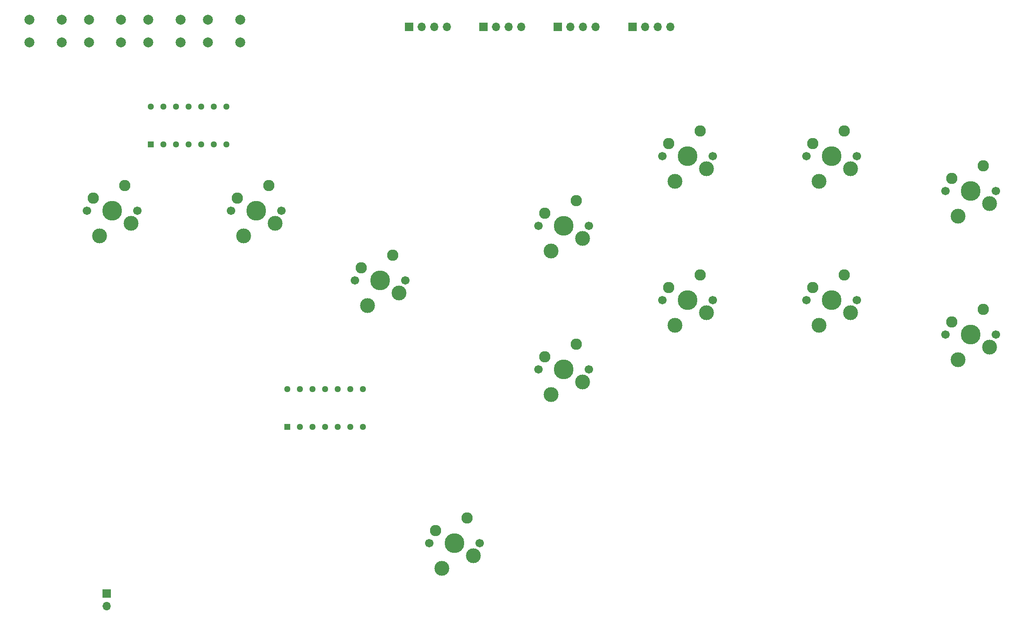
<source format=gbr>
%TF.GenerationSoftware,KiCad,Pcbnew,7.0.2*%
%TF.CreationDate,2023-06-12T14:05:00-07:00*%
%TF.ProjectId,DS5,4453352e-6b69-4636-9164-5f7063625858,rev?*%
%TF.SameCoordinates,Original*%
%TF.FileFunction,Soldermask,Top*%
%TF.FilePolarity,Negative*%
%FSLAX46Y46*%
G04 Gerber Fmt 4.6, Leading zero omitted, Abs format (unit mm)*
G04 Created by KiCad (PCBNEW 7.0.2) date 2023-06-12 14:05:00*
%MOMM*%
%LPD*%
G01*
G04 APERTURE LIST*
%ADD10C,2.286000*%
%ADD11C,1.701800*%
%ADD12C,3.000000*%
%ADD13C,3.987800*%
%ADD14R,1.700000X1.700000*%
%ADD15O,1.700000X1.700000*%
%ADD16R,1.295400X1.295400*%
%ADD17C,1.295400*%
%ADD18C,2.000000*%
G04 APERTURE END LIST*
D10*
%TO.C,Triangle*%
X151400000Y-46460000D03*
X157750000Y-43920000D03*
D11*
X160290000Y-49000000D03*
D12*
X159020000Y-51540000D03*
D13*
X155210000Y-49000000D03*
D12*
X152670000Y-54080000D03*
D11*
X150130000Y-49000000D03*
%TD*%
D10*
%TO.C,Square*%
X126400000Y-60460000D03*
X132750000Y-57920000D03*
D11*
X135290000Y-63000000D03*
D12*
X134020000Y-65540000D03*
D13*
X130210000Y-63000000D03*
D12*
X127670000Y-68080000D03*
D11*
X125130000Y-63000000D03*
%TD*%
D10*
%TO.C,R2*%
X180400000Y-75460000D03*
X186750000Y-72920000D03*
D11*
X189290000Y-78000000D03*
D12*
X188020000Y-80540000D03*
D13*
X184210000Y-78000000D03*
D12*
X181670000Y-83080000D03*
D11*
X179130000Y-78000000D03*
%TD*%
%TO.C,R1*%
X179130000Y-49000000D03*
D12*
X181670000Y-54080000D03*
D13*
X184210000Y-49000000D03*
D12*
X188020000Y-51540000D03*
D11*
X189290000Y-49000000D03*
D10*
X186750000Y-43920000D03*
X180400000Y-46460000D03*
%TD*%
%TO.C,L2*%
X208400000Y-82460000D03*
X214750000Y-79920000D03*
D11*
X217290000Y-85000000D03*
D12*
X216020000Y-87540000D03*
D13*
X212210000Y-85000000D03*
D12*
X209670000Y-90080000D03*
D11*
X207130000Y-85000000D03*
%TD*%
D10*
%TO.C,L1*%
X208400000Y-53460000D03*
X214750000Y-50920000D03*
D11*
X217290000Y-56000000D03*
D12*
X216020000Y-58540000D03*
D13*
X212210000Y-56000000D03*
D12*
X209670000Y-61080000D03*
D11*
X207130000Y-56000000D03*
%TD*%
%TO.C,DU1*%
X103130000Y-127000000D03*
D12*
X105670000Y-132080000D03*
D13*
X108210000Y-127000000D03*
D12*
X112020000Y-129540000D03*
D11*
X113290000Y-127000000D03*
D10*
X110750000Y-121920000D03*
X104400000Y-124460000D03*
%TD*%
D11*
%TO.C,Right*%
X88130000Y-74000000D03*
D12*
X90670000Y-79080000D03*
D13*
X93210000Y-74000000D03*
D12*
X97020000Y-76540000D03*
D11*
X98290000Y-74000000D03*
D10*
X95750000Y-68920000D03*
X89400000Y-71460000D03*
%TD*%
D11*
%TO.C,Left*%
X34130000Y-60000000D03*
D12*
X36670000Y-65080000D03*
D13*
X39210000Y-60000000D03*
D12*
X43020000Y-62540000D03*
D11*
X44290000Y-60000000D03*
D10*
X41750000Y-54920000D03*
X35400000Y-57460000D03*
%TD*%
D11*
%TO.C,Down*%
X63130000Y-60000000D03*
D12*
X65670000Y-65080000D03*
D13*
X68210000Y-60000000D03*
D12*
X72020000Y-62540000D03*
D11*
X73290000Y-60000000D03*
D10*
X70750000Y-54920000D03*
X64400000Y-57460000D03*
%TD*%
%TO.C,Cross*%
X126400000Y-89460000D03*
X132750000Y-86920000D03*
D11*
X135290000Y-92000000D03*
D12*
X134020000Y-94540000D03*
D13*
X130210000Y-92000000D03*
D12*
X127670000Y-97080000D03*
D11*
X125130000Y-92000000D03*
%TD*%
%TO.C,Circle*%
X150130000Y-78000000D03*
D12*
X152670000Y-83080000D03*
D13*
X155210000Y-78000000D03*
D12*
X159020000Y-80540000D03*
D11*
X160290000Y-78000000D03*
D10*
X157750000Y-72920000D03*
X151400000Y-75460000D03*
%TD*%
D14*
%TO.C,Battery*%
X38100000Y-137160000D03*
D15*
X38100000Y-139700000D03*
%TD*%
D16*
%TO.C,Left+Right*%
X47000000Y-46620000D03*
D17*
X49540000Y-46620000D03*
X52080000Y-46620000D03*
X54620000Y-46620000D03*
X57160000Y-46620000D03*
X59700000Y-46620000D03*
X62240000Y-46620000D03*
X62240000Y-39000000D03*
X59700000Y-39000000D03*
X57160000Y-39000000D03*
X54620000Y-39000000D03*
X52080000Y-39000000D03*
X49540000Y-39000000D03*
X47000000Y-39000000D03*
%TD*%
D14*
%TO.C,Shoulder*%
X144060000Y-22860000D03*
D15*
X146600000Y-22860000D03*
X149140000Y-22860000D03*
X151680000Y-22860000D03*
%TD*%
%TO.C,DPad1*%
X121680000Y-22860000D03*
X119140000Y-22860000D03*
X116600000Y-22860000D03*
D14*
X114060000Y-22860000D03*
%TD*%
D16*
%TO.C,Up+Down*%
X74460000Y-103620000D03*
D17*
X77000000Y-103620000D03*
X79540000Y-103620000D03*
X82080000Y-103620000D03*
X84620000Y-103620000D03*
X87160000Y-103620000D03*
X89700000Y-103620000D03*
X89700000Y-96000000D03*
X87160000Y-96000000D03*
X84620000Y-96000000D03*
X82080000Y-96000000D03*
X79540000Y-96000000D03*
X77000000Y-96000000D03*
X74460000Y-96000000D03*
%TD*%
D18*
%TO.C,SHARE1*%
X46500000Y-21500000D03*
X53000000Y-21500000D03*
X46500000Y-26000000D03*
X53000000Y-26000000D03*
%TD*%
%TO.C,TOUCH1*%
X58500000Y-21500000D03*
X65000000Y-21500000D03*
X58500000Y-26000000D03*
X65000000Y-26000000D03*
%TD*%
%TO.C,OPTION1*%
X34500000Y-21500000D03*
X41000000Y-21500000D03*
X34500000Y-26000000D03*
X41000000Y-26000000D03*
%TD*%
D14*
%TO.C,Face*%
X129060000Y-22860000D03*
D15*
X131600000Y-22860000D03*
X134140000Y-22860000D03*
X136680000Y-22860000D03*
%TD*%
D18*
%TO.C,PS1*%
X22500000Y-21500000D03*
X29000000Y-21500000D03*
X22500000Y-26000000D03*
X29000000Y-26000000D03*
%TD*%
D14*
%TO.C,Side*%
X99060000Y-22860000D03*
D15*
X101600000Y-22860000D03*
X104140000Y-22860000D03*
X106680000Y-22860000D03*
%TD*%
M02*

</source>
